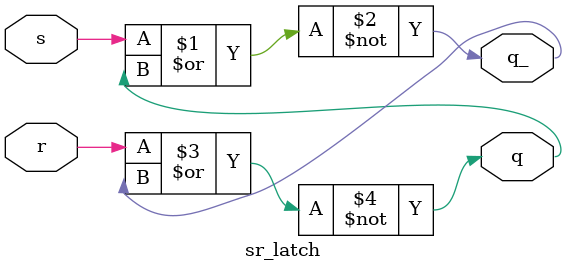
<source format=v>
module sr_latch(input s, r, output q, q_);
	nor(q_, s, q);
	nor(q, r, q_);
endmodule

	
</source>
